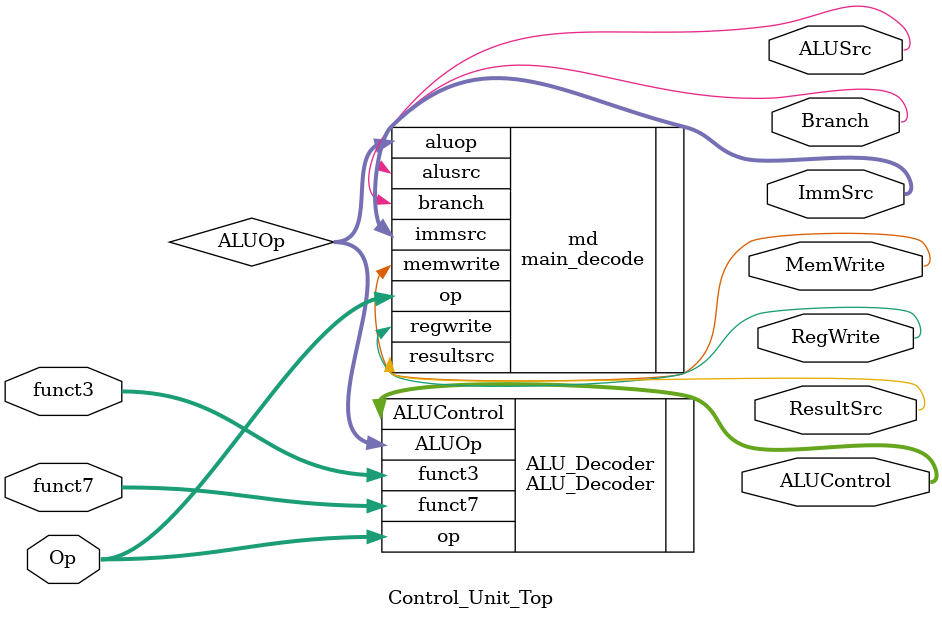
<source format=v>
`include "ALU_decoder.v"
`include "main_decoder.v"

module Control_Unit_Top(Op,RegWrite,ImmSrc,ALUSrc,MemWrite,ResultSrc,Branch,funct3,funct7,ALUControl);

    input [6:0]Op,funct7;
    input [2:0]funct3;
    output RegWrite,ALUSrc,MemWrite,ResultSrc,Branch;
    output [1:0]ImmSrc;
    output [2:0]ALUControl;

    wire [1:0]ALUOp;

    main_decode md(
                .op(Op),
                .regwrite(RegWrite),
                .immsrc(ImmSrc),
                .memwrite(MemWrite),
                .resultsrc(ResultSrc),
                .branch(Branch),
                .alusrc(ALUSrc),
                .aluop(ALUOp)
    );

    ALU_Decoder ALU_Decoder(
                            .ALUOp(ALUOp),
                            .funct3(funct3),
                            .funct7(funct7),
                            .op(Op),
                            .ALUControl(ALUControl)
    );


endmodule
</source>
